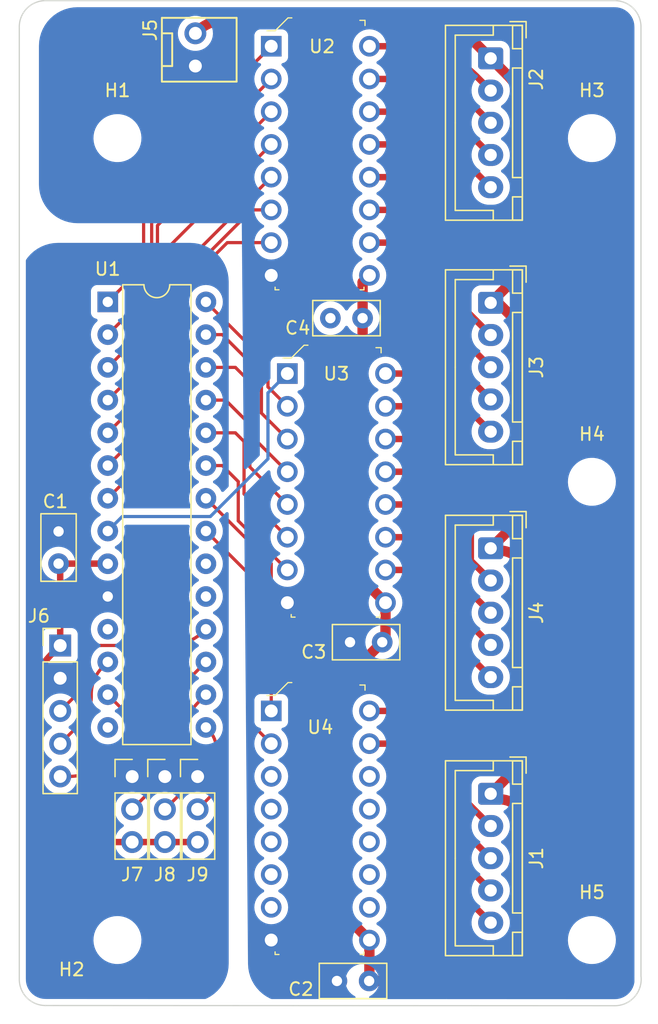
<source format=kicad_pcb>
(kicad_pcb (version 20211014) (generator pcbnew)
  (layers (0 "F.Cu" signal) (31 "B.Cu" signal) (34 "B.Paste" user) (35 "F.Paste" user) (36 "B.SilkS" user "B.Silkscreen") (37 "F.SilkS" user "F.Silkscreen") (38 "B.Mask" user) (39 "F.Mask" user) (44 "Edge.Cuts" user))
  (net 0 "")
  (net 1 "GND")
  (net 2 "+3V3")
  (net 3 "GND1")
  (net 4 "VCC")
  (net 5 "/RST")
  (net 6 "/SCK")
  (net 7 "/SDA")
  (net 8 "/A2")
  (net 9 "/A1")
  (net 10 "/A0")
  (net 15 "Net-(U1-Pad21)")
  (net 26 "Net-(U1-Pad5)")
  (net 27 "Net-(U1-Pad6)")
  (net 28 "Net-(U1-Pad7)")
  (net 29 "Net-(U1-Pad8)")
  (net 30 "Net-(U1-Pad1)")
  (net 31 "Net-(U1-Pad2)")
  (net 32 "Net-(U1-Pad3)")
  (net 33 "Net-(U1-Pad4)")
  (net 34 "Net-(J2-Pad2)")
  (net 35 "Net-(J2-Pad3)")
  (net 36 "Net-(J2-Pad4)")
  (net 37 "Net-(J2-Pad5)")
  (net 38 "Net-(J3-Pad2)")
  (net 39 "Net-(J3-Pad3)")
  (net 40 "Net-(J3-Pad4)")
  (net 41 "Net-(U3-Pad16)")
  (net 42 "Net-(U3-Pad12)")
  (net 43 "Net-(U3-Pad13)")
  (net 44 "Net-(U3-Pad14)")
  (net 45 "Net-(U3-Pad15)")
  (net 46 "Net-(U3-Pad10)")
  (net 47 "Net-(U3-Pad11)")
  (net 48 "Net-(U4-Pad15)")
  (net 49 "Net-(U4-Pad16)")
  (net 51 "Net-(U1-Pad22)")
  (net 52 "Net-(U1-Pad23)")
  (net 53 "Net-(U1-Pad24)")
  (net 54 "Net-(U1-Pad25)")
  (net 55 "Net-(U1-Pad26)")
  (net 56 "Net-(U1-Pad27)")
  (net 57 "Net-(U1-Pad28)")
  (footprint "MountingHole:MountingHole_2.7mm" (layer "F.Cu") (at 78.74 140.97)
    (fp_text reference "H2" (at -3.556 2.286) (layer "F.SilkS"))
    (fp_text value "MountingHole")
    (pad "" np_thru_hole circle (at 0 0) (size 2.7 2.7) (drill 2.7) (layers *.Cu *.Mask))
  )
  (footprint "Kitecraft_Package_DIP:DIP-28_W7.62mm_WithSocket" (layer "F.Cu") (at 77.988 91.45)
    (fp_text reference "U1" (at -0.01 -2.55) (layer "F.SilkS"))
    (fp_text value "MCP23017_SP")
    (pad "1" thru_hole rect (at 0 0) (size 1.6 1.6) (drill 0.8) (layers *.Cu *.Mask) (net 30 "Net-(U1-Pad1)"))
    (pad "2" thru_hole oval (at 0 2.54) (size 1.6 1.6) (drill 0.8) (layers *.Cu *.Mask) (net 31 "Net-(U1-Pad2)"))
    (pad "3" thru_hole oval (at 0 5.08) (size 1.6 1.6) (drill 0.8) (layers *.Cu *.Mask) (net 32 "Net-(U1-Pad3)"))
    (pad "4" thru_hole oval (at 0 7.62) (size 1.6 1.6) (drill 0.8) (layers *.Cu *.Mask) (net 33 "Net-(U1-Pad4)"))
    (pad "5" thru_hole oval (at 0 10.16) (size 1.6 1.6) (drill 0.8) (layers *.Cu *.Mask) (net 26 "Net-(U1-Pad5)"))
    (pad "6" thru_hole oval (at 0 12.7) (size 1.6 1.6) (drill 0.8) (layers *.Cu *.Mask) (net 27 "Net-(U1-Pad6)"))
    (pad "7" thru_hole oval (at 0 15.24) (size 1.6 1.6) (drill 0.8) (layers *.Cu *.Mask) (net 28 "Net-(U1-Pad7)"))
    (pad "8" thru_hole oval (at 0 17.78) (size 1.6 1.6) (drill 0.8) (layers *.Cu *.Mask) (net 29 "Net-(U1-Pad8)"))
    (pad "9" thru_hole oval (at 0 20.32) (size 1.6 1.6) (drill 0.8) (layers *.Cu *.Mask) (net 2 "+3V3"))
    (pad "10" thru_hole oval (at 0 22.86) (size 1.6 1.6) (drill 0.8) (layers *.Cu *.Mask) (net 1 "GND"))
    (pad "11" thru_hole oval (at 0 25.4) (size 1.6 1.6) (drill 0.8) (layers *.Cu *.Mask))
    (pad "12" thru_hole oval (at 0 27.94) (size 1.6 1.6) (drill 0.8) (layers *.Cu *.Mask) (net 6 "/SCK"))
    (pad "13" thru_hole oval (at 0 30.48) (size 1.6 1.6) (drill 0.8) (layers *.Cu *.Mask) (net 7 "/SDA"))
    (pad "14" thru_hole oval (at 0 33.02) (size 1.6 1.6) (drill 0.8) (layers *.Cu *.Mask))
    (pad "15" thru_hole oval (at 7.62 33.02) (size 1.6 1.6) (drill 0.8) (layers *.Cu *.Mask) (net 10 "/A0"))
    (pad "16" thru_hole oval (at 7.62 30.48) (size 1.6 1.6) (drill 0.8) (layers *.Cu *.Mask) (net 9 "/A1"))
    (pad "17" thru_hole oval (at 7.62 27.94) (size 1.6 1.6) (drill 0.8) (layers *.Cu *.Mask) (net 8 "/A2"))
    (pad "18" thru_hole oval (at 7.62 25.4) (size 1.6 1.6) (drill 0.8) (layers *.Cu *.Mask) (net 5 "/RST"))
    (pad "19" thru_hole oval (at 7.62 22.86) (size 1.6 1.6) (drill 0.8) (layers *.Cu *.Mask))
    (pad "20" thru_hole oval (at 7.62 20.32) (size 1.6 1.6) (drill 0.8) (layers *.Cu *.Mask))
    (pad "21" thru_hole oval (at 7.62 17.78) (size 1.6 1.6) (drill 0.8) (layers *.Cu *.Mask) (net 15 "Net-(U1-Pad21)"))
    (pad "22" thru_hole oval (at 7.62 15.24) (size 1.6 1.6) (drill 0.8) (layers *.Cu *.Mask) (net 51 "Net-(U1-Pad22)"))
    (pad "23" thru_hole oval (at 7.62 12.7) (size 1.6 1.6) (drill 0.8) (layers *.Cu *.Mask) (net 52 "Net-(U1-Pad23)"))
    (pad "24" thru_hole oval (at 7.62 10.16) (size 1.6 1.6) (drill 0.8) (layers *.Cu *.Mask) (net 53 "Net-(U1-Pad24)"))
    (pad "25" thru_hole oval (at 7.62 7.62) (size 1.6 1.6) (drill 0.8) (layers *.Cu *.Mask) (net 54 "Net-(U1-Pad25)"))
    (pad "26" thru_hole oval (at 7.62 5.08) (size 1.6 1.6) (drill 0.8) (layers *.Cu *.Mask) (net 55 "Net-(U1-Pad26)"))
    (pad "27" thru_hole oval (at 7.62 2.54) (size 1.6 1.6) (drill 0.8) (layers *.Cu *.Mask) (net 56 "Net-(U1-Pad27)"))
    (pad "28" thru_hole oval (at 7.62 0) (size 1.6 1.6) (drill 0.8) (layers *.Cu *.Mask) (net 57 "Net-(U1-Pad28)"))
  )
  (footprint "Connector_PinHeader_2.54mm:PinHeader_1x03_P2.54mm_Vertical" (layer "F.Cu") (at 84.963 128.285)
    (fp_text reference "J9" (at 0 7.605) (layer "F.SilkS"))
    (fp_text value "Conn_01x03")
    (pad "1" thru_hole rect (at 0 0) (size 1.7 1.7) (drill 1) (layers *.Cu *.Mask) (net 1 "GND"))
    (pad "2" thru_hole oval (at 0 2.54) (size 1.7 1.7) (drill 1) (layers *.Cu *.Mask) (net 10 "/A0"))
    (pad "3" thru_hole oval (at 0 5.08) (size 1.7 1.7) (drill 1) (layers *.Cu *.Mask) (net 2 "+3V3"))
  )
  (footprint "Connector_JST:JST_XH_B5B-XH-A_1x05_P2.50mm_Vertical" (layer "F.Cu") (at 107.713 72.55 -90)
    (fp_text reference "J2" (at 1.618 -3.539 90) (layer "F.SilkS"))
    (fp_text value "Conn_01x05")
    (pad "1" thru_hole roundrect (at 0 0 270) (size 1.7 1.95) (drill 0.95) (layers *.Cu *.Mask) (roundrect_rratio 0.147059) (net 4 "VCC"))
    (pad "2" thru_hole oval (at 2.5 0 270) (size 1.7 1.95) (drill 0.95) (layers *.Cu *.Mask) (net 34 "Net-(J2-Pad2)"))
    (pad "3" thru_hole oval (at 5 0 270) (size 1.7 1.95) (drill 0.95) (layers *.Cu *.Mask) (net 35 "Net-(J2-Pad3)"))
    (pad "4" thru_hole oval (at 7.5 0 270) (size 1.7 1.95) (drill 0.95) (layers *.Cu *.Mask) (net 36 "Net-(J2-Pad4)"))
    (pad "5" thru_hole oval (at 10 0 270) (size 1.7 1.95) (drill 0.95) (layers *.Cu *.Mask) (net 37 "Net-(J2-Pad5)"))
  )
  (footprint "Connector_JST:JST_XH_B5B-XH-A_1x05_P2.50mm_Vertical" (layer "F.Cu") (at 107.713 110.57 -90)
    (fp_text reference "J4" (at 5 -3.55 90) (layer "F.SilkS"))
    (fp_text value "Conn_01x05")
    (pad "1" thru_hole roundrect (at 0 0 270) (size 1.7 1.95) (drill 0.95) (layers *.Cu *.Mask) (roundrect_rratio 0.147059) (net 4 "VCC"))
    (pad "2" thru_hole oval (at 2.5 0 270) (size 1.7 1.95) (drill 0.95) (layers *.Cu *.Mask) (net 45 "Net-(U3-Pad15)"))
    (pad "3" thru_hole oval (at 5 0 270) (size 1.7 1.95) (drill 0.95) (layers *.Cu *.Mask) (net 44 "Net-(U3-Pad14)"))
    (pad "4" thru_hole oval (at 7.5 0 270) (size 1.7 1.95) (drill 0.95) (layers *.Cu *.Mask) (net 43 "Net-(U3-Pad13)"))
    (pad "5" thru_hole oval (at 10 0 270) (size 1.7 1.95) (drill 0.95) (layers *.Cu *.Mask) (net 42 "Net-(U3-Pad12)"))
  )
  (footprint "MountingHole:MountingHole_2.7mm" (layer "F.Cu") (at 115.57 140.97)
    (fp_text reference "H5" (at 0 -3.7) (layer "F.SilkS"))
    (fp_text value "MountingHole")
    (pad "" np_thru_hole circle (at 0 0) (size 2.7 2.7) (drill 2.7) (layers *.Cu *.Mask))
  )
  (footprint "Capacitor_THT:C_Disc_D5.0mm_W2.5mm_P2.50mm" (layer "F.Cu") (at 95.778 144.145)
    (fp_text reference "C2" (at -2.794 0.635) (layer "F.SilkS"))
    (fp_text value "10µF")
    (pad "1" thru_hole circle (at 0 0) (size 1.6 1.6) (drill 0.8) (layers *.Cu *.Mask) (net 3 "GND1"))
    (pad "2" thru_hole circle (at 2.5 0) (size 1.6 1.6) (drill 0.8) (layers *.Cu *.Mask) (net 4 "VCC"))
  )
  (footprint "Connector_JST:JST_XH_B5B-XH-A_1x05_P2.50mm_Vertical" (layer "F.Cu") (at 107.713 91.52 -90)
    (fp_text reference "J3" (at 5 -3.55 90) (layer "F.SilkS"))
    (fp_text value "Conn_01x05")
    (pad "1" thru_hole roundrect (at 0 0 270) (size 1.7 1.95) (drill 0.95) (layers *.Cu *.Mask) (roundrect_rratio 0.147059) (net 4 "VCC"))
    (pad "2" thru_hole oval (at 2.5 0 270) (size 1.7 1.95) (drill 0.95) (layers *.Cu *.Mask) (net 38 "Net-(J3-Pad2)"))
    (pad "3" thru_hole oval (at 5 0 270) (size 1.7 1.95) (drill 0.95) (layers *.Cu *.Mask) (net 39 "Net-(J3-Pad3)"))
    (pad "4" thru_hole oval (at 7.5 0 270) (size 1.7 1.95) (drill 0.95) (layers *.Cu *.Mask) (net 40 "Net-(J3-Pad4)"))
    (pad "5" thru_hole oval (at 10 0 270) (size 1.7 1.95) (drill 0.95) (layers *.Cu *.Mask) (net 41 "Net-(U3-Pad16)"))
  )
  (footprint "MountingHole:MountingHole_2.7mm" (layer "F.Cu") (at 78.74 78.74)
    (fp_text reference "H1" (at 0 -3.7) (layer "F.SilkS"))
    (fp_text value "MountingHole")
    (pad "" np_thru_hole circle (at 0 0) (size 2.7 2.7) (drill 2.7) (layers *.Cu *.Mask))
  )
  (footprint "Kitecraft_Package_DIP:ULN2003 on Socket" (layer "F.Cu") (at 90.678 123.19)
    (fp_text reference "U4" (at 3.81 1.27) (layer "F.SilkS"))
    (fp_text value "ULN2003A")
    (pad "1" thru_hole rect (at 0 0) (size 1.6 1.6) (drill 1) (layers *.Cu *.Mask) (net 51 "Net-(U1-Pad22)"))
    (pad "2" thru_hole circle (at 0 2.54) (size 1.6 1.6) (drill 1) (layers *.Cu *.Mask) (net 15 "Net-(U1-Pad21)"))
    (pad "3" thru_hole circle (at 0 5.08) (size 1.6 1.6) (drill 1) (layers *.Cu *.Mask))
    (pad "4" thru_hole circle (at 0 7.62) (size 1.6 1.6) (drill 1) (layers *.Cu *.Mask))
    (pad "5" thru_hole circle (at 0 10.16) (size 1.6 1.6) (drill 1) (layers *.Cu *.Mask))
    (pad "6" thru_hole circle (at 0 12.7) (size 1.6 1.6) (drill 1) (layers *.Cu *.Mask))
    (pad "7" thru_hole circle (at 0 15.24) (size 1.6 1.6) (drill 1) (layers *.Cu *.Mask))
    (pad "8" thru_hole circle (at 0 17.78) (size 1.6 1.6) (drill 1) (layers *.Cu *.Mask) (net 3 "GND1"))
    (pad "9" thru_hole circle (at 7.62 17.78) (size 1.6 1.6) (drill 1) (layers *.Cu *.Mask) (net 4 "VCC"))
    (pad "10" thru_hole circle (at 7.62 15.24) (size 1.6 1.6) (drill 1) (layers *.Cu *.Mask))
    (pad "11" thru_hole circle (at 7.62 12.7) (size 1.6 1.6) (drill 1) (layers *.Cu *.Mask))
    (pad "12" thru_hole circle (at 7.62 10.16) (size 1.6 1.6) (drill 1) (layers *.Cu *.Mask))
    (pad "13" thru_hole circle (at 7.62 7.62) (size 1.6 1.6) (drill 1) (layers *.Cu *.Mask))
    (pad "14" thru_hole circle (at 7.62 5.08) (size 1.6 1.6) (drill 1) (layers *.Cu *.Mask))
    (pad "15" thru_hole circle (at 7.62 2.54) (size 1.6 1.6) (drill 1) (layers *.Cu *.Mask) (net 48 "Net-(U4-Pad15)"))
    (pad "16" thru_hole circle (at 7.62 0) (size 1.6 1.6) (drill 1) (layers *.Cu *.Mask) (net 49 "Net-(U4-Pad16)"))
  )
  (footprint "Kitecraft_Pin_Headers:PinHeader_1x02_P2.54_Friction_Lock" (layer "F.Cu") (at 84.79 70.607 180)
    (fp_text reference "J5" (at 3.51 0.249 90) (layer "F.SilkS"))
    (fp_text value "Conn_01x02")
    (pad "1" thru_hole rect (at 0 -2.54 180) (size 1.7 1.7) (drill 1) (layers *.Cu *.Mask) (net 3 "GND1"))
    (pad "2" thru_hole circle (at 0 0 180) (size 1.7 1.7) (drill 1) (layers *.Cu *.Mask) (net 4 "VCC"))
  )
  (footprint "Connector_PinHeader_2.54mm:PinHeader_1x05_P2.54mm_Vertical" (layer "F.Cu") (at 74.295 118.115)
    (fp_text reference "J6" (at -1.651 -2.291) (layer "F.SilkS"))
    (fp_text value "Conn_01x05")
    (pad "1" thru_hole rect (at 0 0) (size 1.7 1.7) (drill 1) (layers *.Cu *.Mask) (net 2 "+3V3"))
    (pad "2" thru_hole oval (at 0 2.54) (size 1.7 1.7) (drill 1) (layers *.Cu *.Mask) (net 1 "GND"))
    (pad "3" thru_hole oval (at 0 5.08) (size 1.7 1.7) (drill 1) (layers *.Cu *.Mask) (net 5 "/RST"))
    (pad "4" thru_hole oval (at 0 7.62) (size 1.7 1.7) (drill 1) (layers *.Cu *.Mask) (net 6 "/SCK"))
    (pad "5" thru_hole oval (at 0 10.16) (size 1.7 1.7) (drill 1) (layers *.Cu *.Mask) (net 7 "/SDA"))
  )
  (footprint "MountingHole:MountingHole_2.7mm" (layer "F.Cu") (at 115.57 78.74)
    (fp_text reference "H3" (at 0 -3.7) (layer "F.SilkS"))
    (fp_text value "MountingHole")
    (pad "" np_thru_hole circle (at 0 0) (size 2.7 2.7) (drill 2.7) (layers *.Cu *.Mask))
  )
  (footprint "Capacitor_THT:C_Disc_D5.0mm_W2.5mm_P2.50mm" (layer "F.Cu") (at 74.168 109.26 -90)
    (fp_text reference "C1" (at -2.326 0.254 180) (layer "F.SilkS"))
    (fp_text value "0.1µF")
    (pad "1" thru_hole circle (at 0 0 270) (size 1.6 1.6) (drill 0.8) (layers *.Cu *.Mask) (net 1 "GND"))
    (pad "2" thru_hole circle (at 2.5 0 270) (size 1.6 1.6) (drill 0.8) (layers *.Cu *.Mask) (net 2 "+3V3"))
  )
  (footprint "Connector_PinHeader_2.54mm:PinHeader_1x03_P2.54mm_Vertical" (layer "F.Cu") (at 82.423 128.285)
    (fp_text reference "J8" (at 0 7.605) (layer "F.SilkS"))
    (fp_text value "Conn_01x03")
    (pad "1" thru_hole rect (at 0 0) (size 1.7 1.7) (drill 1) (layers *.Cu *.Mask) (net 1 "GND"))
    (pad "2" thru_hole oval (at 0 2.54) (size 1.7 1.7) (drill 1) (layers *.Cu *.Mask) (net 9 "/A1"))
    (pad "3" thru_hole oval (at 0 5.08) (size 1.7 1.7) (drill 1) (layers *.Cu *.Mask) (net 2 "+3V3"))
  )
  (footprint "Capacitor_THT:C_Disc_D5.0mm_W2.5mm_P2.50mm" (layer "F.Cu") (at 95.27 92.71)
    (fp_text reference "C4" (at -2.54 0.762) (layer "F.SilkS"))
    (fp_text value "10µF")
    (pad "1" thru_hole circle (at 0 0) (size 1.6 1.6) (drill 0.8) (layers *.Cu *.Mask))
    (pad "2" thru_hole circle (at 2.5 0) (size 1.6 1.6) (drill 0.8) (layers *.Cu *.Mask) (net 4 "VCC"))
  )
  (footprint "Kitecraft_Package_DIP:ULN2003 on Socket" (layer "F.Cu") (at 90.678 71.61)
    (fp_text reference "U2" (at 3.94 0.018) (layer "F.SilkS"))
    (fp_text value "ULN2003A")
    (pad "1" thru_hole rect (at 0 0) (size 1.6 1.6) (drill 1) (layers *.Cu *.Mask) (net 30 "Net-(U1-Pad1)"))
    (pad "2" thru_hole circle (at 0 2.54) (size 1.6 1.6) (drill 1) (layers *.Cu *.Mask) (net 31 "Net-(U1-Pad2)"))
    (pad "3" thru_hole circle (at 0 5.08) (size 1.6 1.6) (drill 1) (layers *.Cu *.Mask) (net 32 "Net-(U1-Pad3)"))
    (pad "4" thru_hole circle (at 0 7.62) (size 1.6 1.6) (drill 1) (layers *.Cu *.Mask) (net 33 "Net-(U1-Pad4)"))
    (pad "5" thru_hole circle (at 0 10.16) (size 1.6 1.6) (drill 1) (layers *.Cu *.Mask) (net 26 "Net-(U1-Pad5)"))
    (pad "6" thru_hole circle (at 0 12.7) (size 1.6 1.6) (drill 1) (layers *.Cu *.Mask) (net 27 "Net-(U1-Pad6)"))
    (pad "7" thru_hole circle (at 0 15.24) (size 1.6 1.6) (drill 1) (layers *.Cu *.Mask) (net 28 "Net-(U1-Pad7)"))
    (pad "8" thru_hole circle (at 0 17.78) (size 1.6 1.6) (drill 1) (layers *.Cu *.Mask) (net 3 "GND1"))
    (pad "9" thru_hole circle (at 7.62 17.78) (size 1.6 1.6) (drill 1) (layers *.Cu *.Mask) (net 4 "VCC"))
    (pad "10" thru_hole circle (at 7.62 15.24) (size 1.6 1.6) (drill 1) (layers *.Cu *.Mask) (net 40 "Net-(J3-Pad4)"))
    (pad "11" thru_hole circle (at 7.62 12.7) (size 1.6 1.6) (drill 1) (layers *.Cu *.Mask) (net 39 "Net-(J3-Pad3)"))
    (pad "12" thru_hole circle (at 7.62 10.16) (size 1.6 1.6) (drill 1) (layers *.Cu *.Mask) (net 38 "Net-(J3-Pad2)"))
    (pad "13" thru_hole circle (at 7.62 7.62) (size 1.6 1.6) (drill 1) (layers *.Cu *.Mask) (net 37 "Net-(J2-Pad5)"))
    (pad "14" thru_hole circle (at 7.62 5.08) (size 1.6 1.6) (drill 1) (layers *.Cu *.Mask) (net 36 "Net-(J2-Pad4)"))
    (pad "15" thru_hole circle (at 7.62 2.54) (size 1.6 1.6) (drill 1) (layers *.Cu *.Mask) (net 35 "Net-(J2-Pad3)"))
    (pad "16" thru_hole circle (at 7.62 0) (size 1.6 1.6) (drill 1) (layers *.Cu *.Mask) (net 34 "Net-(J2-Pad2)"))
  )
  (footprint "Connector_PinHeader_2.54mm:PinHeader_1x03_P2.54mm_Vertical" (layer "F.Cu") (at 79.883 128.285)
    (fp_text reference "J7" (at 0 7.605) (layer "F.SilkS"))
    (fp_text value "Conn_01x03")
    (pad "1" thru_hole rect (at 0 0) (size 1.7 1.7) (drill 1) (layers *.Cu *.Mask) (net 1 "GND"))
    (pad "2" thru_hole oval (at 0 2.54) (size 1.7 1.7) (drill 1) (layers *.Cu *.Mask) (net 8 "/A2"))
    (pad "3" thru_hole oval (at 0 5.08) (size 1.7 1.7) (drill 1) (layers *.Cu *.Mask) (net 2 "+3V3"))
  )
  (footprint "Connector_JST:JST_XH_B5B-XH-A_1x05_P2.50mm_Vertical" (layer "F.Cu") (at 107.713 129.62 -90)
    (fp_text reference "J1" (at 5 -3.55 90) (layer "F.SilkS"))
    (fp_text value "Conn_01x05")
    (pad "1" thru_hole roundrect (at 0 0 270) (size 1.7 1.95) (drill 0.95) (layers *.Cu *.Mask) (roundrect_rratio 0.147059) (net 4 "VCC"))
    (pad "2" thru_hole oval (at 2.5 0 270) (size 1.7 1.95) (drill 0.95) (layers *.Cu *.Mask) (net 47 "Net-(U3-Pad11)"))
    (pad "3" thru_hole oval (at 5 0 270) (size 1.7 1.95) (drill 0.95) (layers *.Cu *.Mask) (net 46 "Net-(U3-Pad10)"))
    (pad "4" thru_hole oval (at 7.5 0 270) (size 1.7 1.95) (drill 0.95) (layers *.Cu *.Mask) (net 49 "Net-(U4-Pad16)"))
    (pad "5" thru_hole oval (at 10 0 270) (size 1.7 1.95) (drill 0.95) (layers *.Cu *.Mask) (net 48 "Net-(U4-Pad15)"))
  )
  (footprint "Kitecraft_Package_DIP:ULN2003 on Socket" (layer "F.Cu") (at 91.928 97.01)
    (fp_text reference "U3" (at 3.81 0.018) (layer "F.SilkS"))
    (fp_text value "ULN2003A")
    (pad "1" thru_hole rect (at 0 0) (size 1.6 1.6) (drill 1) (layers *.Cu *.Mask) (net 29 "Net-(U1-Pad8)"))
    (pad "2" thru_hole circle (at 0 2.54) (size 1.6 1.6) (drill 1) (layers *.Cu *.Mask) (net 57 "Net-(U1-Pad28)"))
    (pad "3" thru_hole circle (at 0 5.08) (size 1.6 1.6) (drill 1) (layers *.Cu *.Mask) (net 56 "Net-(U1-Pad27)"))
    (pad "4" thru_hole circle (at 0 7.62) (size 1.6 1.6) (drill 1) (layers *.Cu *.Mask) (net 55 "Net-(U1-Pad26)"))
    (pad "5" thru_hole circle (at 0 10.16) (size 1.6 1.6) (drill 1) (layers *.Cu *.Mask) (net 54 "Net-(U1-Pad25)"))
    (pad "6" thru_hole circle (at 0 12.7) (size 1.6 1.6) (drill 1) (layers *.Cu *.Mask) (net 53 "Net-(U1-Pad24)"))
    (pad "7" thru_hole circle (at 0 15.24) (size 1.6 1.6) (drill 1) (layers *.Cu *.Mask) (net 52 "Net-(U1-Pad23)"))
    (pad "8" thru_hole circle (at 0 17.78) (size 1.6 1.6) (drill 1) (layers *.Cu *.Mask) (net 3 "GND1"))
    (pad "9" thru_hole circle (at 7.62 17.78) (size 1.6 1.6) (drill 1) (layers *.Cu *.Mask) (net 4 "VCC"))
    (pad "10" thru_hole circle (at 7.62 15.24) (size 1.6 1.6) (drill 1) (layers *.Cu *.Mask) (net 46 "Net-(U3-Pad10)"))
    (pad "11" thru_hole circle (at 7.62 12.7) (size 1.6 1.6) (drill 1) (layers *.Cu *.Mask) (net 47 "Net-(U3-Pad11)"))
    (pad "12" thru_hole circle (at 7.62 10.16) (size 1.6 1.6) (drill 1) (layers *.Cu *.Mask) (net 42 "Net-(U3-Pad12)"))
    (pad "13" thru_hole circle (at 7.62 7.62) (size 1.6 1.6) (drill 1) (layers *.Cu *.Mask) (net 43 "Net-(U3-Pad13)"))
    (pad "14" thru_hole circle (at 7.62 5.08) (size 1.6 1.6) (drill 1) (layers *.Cu *.Mask) (net 44 "Net-(U3-Pad14)"))
    (pad "15" thru_hole circle (at 7.62 2.54) (size 1.6 1.6) (drill 1) (layers *.Cu *.Mask) (net 45 "Net-(U3-Pad15)"))
    (pad "16" thru_hole circle (at 7.62 0) (size 1.6 1.6) (drill 1) (layers *.Cu *.Mask) (net 41 "Net-(U3-Pad16)"))
  )
  (footprint "MountingHole:MountingHole_2.7mm" (layer "F.Cu") (at 115.57 105.41)
    (fp_text reference "H4" (at 0 -3.7) (layer "F.SilkS"))
    (fp_text value "MountingHole")
    (pad "" np_thru_hole circle (at 0 0) (size 2.7 2.7) (drill 2.7) (layers *.Cu *.Mask))
  )
  (footprint "Capacitor_THT:C_Disc_D5.0mm_W2.5mm_P2.50mm" (layer "F.Cu") (at 96.794 117.856)
    (fp_text reference "C3" (at -2.814 0.762) (layer "F.SilkS"))
    (fp_text value "10µF")
    (pad "1" thru_hole circle (at 0 0) (size 1.6 1.6) (drill 0.8) (layers *.Cu *.Mask) (net 3 "GND1"))
    (pad "2" thru_hole circle (at 2.5 0) (size 1.6 1.6) (drill 0.8) (layers *.Cu *.Mask) (net 4 "VCC"))
  )
  (gr_arc (start 71.12 70.104) (mid 71.715159 68.667159) (end 73.152 68.072) (layer "Edge.Cuts") (width 0.1))
  (gr_arc (start 117.348 68.072) (mid 118.784841 68.667159) (end 119.38 70.104) (layer "Edge.Cuts") (width 0.1))
  (gr_line (start 117.348 146.065813) (end 73.152 146.05) (layer "Edge.Cuts") (width 0.1))
  (gr_line (start 119.38 70.104) (end 119.38 143.764) (layer "Edge.Cuts") (width 0.1))
  (gr_line (start 71.12 144.018) (end 71.12 70.104) (layer "Edge.Cuts") (width 0.1))
  (gr_arc (start 73.152 146.05) (mid 71.715159 145.454841) (end 71.12 144.018) (layer "Edge.Cuts") (width 0.1))
  (gr_line (start 73.152 68.072) (end 117.348 68.072) (layer "Edge.Cuts") (width 0.1))
  (gr_arc (start 119.38 143.764) (mid 118.883201 145.373248) (end 117.348 146.065813) (layer "Edge.Cuts") (width 0.1))
  (segment (start 74.295 118.115) (end 74.295 111.887) (width 0.5) (layer "F.Cu") (net 2))
  (segment (start 82.423 133.365) (end 79.883 133.365) (width 0.5) (layer "F.Cu") (net 2))
  (segment (start 74.295 111.887) (end 74.168 111.76) (width 0.5) (layer "F.Cu") (net 2))
  (segment (start 84.963 133.365) (end 82.423 133.365) (width 0.5) (layer "F.Cu") (net 2))
  (segment (start 79.883 133.365) (end 77.524068 133.365) (width 0.5) (layer "F.Cu") (net 2))
  (segment (start 73.988534 131.900534) (end 73.600466 131.512466) (width 0.5) (layer "F.Cu") (net 2))
  (segment (start 72.136 127.976932) (end 72.136 122.345068) (width 0.5) (layer "F.Cu") (net 2))
  (segment (start 73.600466 118.809534) (end 74.295 118.115) (width 0.5) (layer "F.Cu") (net 2))
  (segment (start 74.168 111.76) (end 77.978 111.76) (width 0.5) (layer "F.Cu") (net 2))
  (arc (start 72.136 122.345068) (mid 72.516602 120.431651) (end 73.600466 118.809534) (width 0.5) (layer "F.Cu") (net 2))
  (arc (start 77.524068 133.365) (mid 75.610651 132.984398) (end 73.988534 131.900534) (width 0.5) (layer "F.Cu") (net 2))
  (arc (start 72.136 127.976932) (mid 72.516602 129.890349) (end 73.600466 131.512466) (width 0.5) (layer "F.Cu") (net 2))
  (segment (start 107.713 129.62) (end 108.141 130.048) (width 0.8) (layer "F.Cu") (net 4))
  (segment (start 106.51636 71.35336) (end 107.713 72.55) (width 0.8) (layer "F.Cu") (net 4))
  (segment (start 97.77 92.71) (end 97.77 89.918) (width 0.8) (layer "F.Cu") (net 4))
  (segment (start 108.284 91.52) (end 108.986641 92.222641) (width 0.8) (layer "F.Cu") (net 4))
  (segment (start 99.548 114.79) (end 99.548 117.602) (width 0.8) (layer "F.Cu") (net 4))
  (segment (start 108.98664 73.82364) (end 107.713 72.55) (width 0.8) (layer "F.Cu") (net 4))
  (segment (start 97.77 92.71) (end 97.77 113.012) (width 0.8) (layer "F.Cu") (net 4))
  (segment (start 108.141 130.048) (end 108.391573 130.048) (width 0.8) (layer "F.Cu") (net 4))
  (segment (start 87.043641 69.596) (end 102.273719 69.596) (width 0.8) (layer "F.Cu") (net 4))
  (segment (start 109.805787 111.329787) (end 110.158214 111.682214) (width 0.8) (layer "F.Cu") (net 4))
  (segment (start 98.298 140.97) (end 98.298 144.125) (width 0.8) (layer "F.Cu") (net 4))
  (segment (start 110.744 96.465281) (end 110.744 105.053719) (width 0.8) (layer "F.Cu") (net 4))
  (segment (start 97.77 89.918) (end 98.298 89.39) (width 0.8) (layer "F.Cu") (net 4))
  (segment (start 98.278 144.145) (end 105.243932 144.145) (width 0.8) (layer "F.Cu") (net 4))
  (segment (start 107.887 110.744) (end 108.391573 110.744) (width 0.8) (layer "F.Cu") (net 4))
  (segment (start 109.805787 130.633787) (end 110.158214 130.986214) (width 0.8) (layer "F.Cu") (net 4))
  (segment (start 97.77 113.012) (end 99.548 114.79) (width 0.8) (layer "F.Cu") (net 4))
  (segment (start 108.98664 128.34636) (end 107.713 129.62) (width 0.8) (layer "F.Cu") (net 4))
  (segment (start 99.294 117.856) (end 97.984466 119.165534) (width 0.8) (layer "F.Cu") (net 4))
  (segment (start 107.713 91.52) (end 108.284 91.52) (width 0.8) (layer "F.Cu") (net 4))
  (segment (start 107.713 110.57) (end 107.887 110.744) (width 0.8) (layer "F.Cu") (net 4))
  (segment (start 110.744 86.003719) (end 110.744 78.066281) (width 0.8) (layer "F.Cu") (net 4))
  (segment (start 99.548 117.602) (end 99.294 117.856) (width 0.8) (layer "F.Cu") (net 4))
  (segment (start 84.79 70.607) (end 84.922321 70.474679) (width 0.8) (layer "F.Cu") (net 4))
  (segment (start 110.744 113.096427) (end 110.744 124.103719) (width 0.8) (layer "F.Cu") (net 4))
  (segment (start 108.98664 109.29636) (end 107.713 110.57) (width 0.8) (layer "F.Cu") (net 4))
  (segment (start 109.572427 141.887573) (end 108.779466 142.680534) (width 0.8) (layer "F.Cu") (net 4))
  (segment (start 96.52 122.701068) (end 96.52 139.192) (width 0.8) (layer "F.Cu") (net 4))
  (segment (start 98.298 144.125) (end 98.278 144.145) (width 0.8) (layer "F.Cu") (net 4))
  (segment (start 107.713 91.52) (end 108.986641 90.246359) (width 0.8) (layer "F.Cu") (net 4))
  (segment (start 96.52 139.192) (end 98.298 140.97) (width 0.8) (layer "F.Cu") (net 4))
  (segment (start 110.744 132.400427) (end 110.744 139.059146) (width 0.8) (layer "F.Cu") (net 4))
  (arc (start 110.744 124.103719) (mid 110.287277 126.39982) (end 108.98664 128.34636) (width 0.8) (layer "F.Cu") (net 4))
  (arc (start 110.744 78.066281) (mid 110.287277 75.77018) (end 108.98664 73.82364) (width 0.8) (layer "F.Cu") (net 4))
  (arc (start 87.043641 69.596) (mid 85.895591 69.824361) (end 84.922321 70.474679) (width 0.8) (layer "F.Cu") (net 4))
  (arc (start 108.391573 110.744) (mid 109.15694 110.896241) (end 109.805787 111.329787) (width 0.8) (layer "F.Cu") (net 4))
  (arc (start 110.744 139.059146) (mid 110.439518 140.58988) (end 109.572427 141.887573) (width 0.8) (layer "F.Cu") (net 4))
  (arc (start 97.984466 119.165534) (mid 96.900602 120.787651) (end 96.52 122.701068) (width 0.8) (layer "F.Cu") (net 4))
  (arc (start 108.391573 130.048) (mid 109.15694 130.200241) (end 109.805787 130.633787) (width 0.8) (layer "F.Cu") (net 4))
  (arc (start 110.158214 130.986214) (mid 110.591759 131.63506) (end 110.744 132.400427) (width 0.8) (layer "F.Cu") (net 4))
  (arc (start 108.779466 142.680534) (mid 107.157349 143.764398) (end 105.243932 144.145) (width 0.8) (layer "F.Cu") (net 4))
  (arc (start 110.744 105.053719) (mid 110.287277 107.34982) (end 108.98664 109.29636) (width 0.8) (layer "F.Cu") (net 4))
  (arc (start 106.51636 71.35336) (mid 104.56982 70.052723) (end 102.273719 69.596) (width 0.8) (layer "F.Cu") (net 4))
  (arc (start 110.744 96.465281) (mid 110.287277 94.169181) (end 108.986641 92.222641) (width 0.8) (layer "F.Cu") (net 4))
  (arc (start 108.986641 90.246359) (mid 110.287277 88.299819) (end 110.744 86.003719) (width 0.8) (layer "F.Cu") (net 4))
  (arc (start 110.744 113.096427) (mid 110.591759 112.33106) (end 110.158214 111.682214) (width 0.8) (layer "F.Cu") (net 4))
  (segment (start 76.2 119.369056) (end 76.2 120.461573) (width 0.25) (layer "F.Cu") (net 5))
  (segment (start 76.610528 118.461472) (end 76.551472 118.520528) (width 0.25) (layer "F.Cu") (net 5))
  (segment (start 75.614214 121.875786) (end 74.295 123.195) (width 0.25) (layer "F.Cu") (net 5))
  (segment (start 85.608 116.85) (end 85.519573 116.938427) (width 0.25) (layer "F.Cu") (net 5))
  (segment (start 82.691146 118.11) (end 77.459056 118.11) (width 0.25) (layer "F.Cu") (net 5))
  (arc (start 76.2 120.461573) (mid 76.047759 121.22694) (end 75.614214 121.875786) (width 0.25) (layer "F.Cu") (net 5))
  (arc (start 85.519573 116.938427) (mid 84.22188 117.805518) (end 82.691146 118.11) (width 0.25) (layer "F.Cu") (net 5))
  (arc (start 76.2 119.369056) (mid 76.291345 118.909836) (end 76.551472 118.520528) (width 0.25) (layer "F.Cu") (net 5))
  (arc (start 77.459056 118.11) (mid 76.999836 118.201345) (end 76.610528 118.461472) (width 0.25) (layer "F.Cu") (net 5))
  (segment (start 77.58668 119.79132) (end 77.988 119.39) (width 0.25) (layer "F.Cu") (net 6))
  (segment (start 74.295 125.735) (end 75.829321 124.200679) (width 0.25) (layer "F.Cu") (net 6))
  (segment (start 76.708 122.079359) (end 76.708 121.912641) (width 0.25) (layer "F.Cu") (net 6))
  (arc (start 75.829321 124.200679) (mid 76.479639 123.227409) (end 76.708 122.079359) (width 0.25) (layer "F.Cu") (net 6))
  (arc (start 77.58668 119.79132) (mid 76.936361 120.76459) (end 76.708 121.912641) (width 0.25) (layer "F.Cu") (net 6))
  (segment (start 74.295 128.275) (end 74.885932 128.275) (width 0.25) (layer "F.Cu") (net 7))
  (segment (start 79.170213 123.112213) (end 77.988 121.93) (width 0.25) (layer "F.Cu") (net 7))
  (segment (start 79.756 124.647573) (end 79.756 124.526427) (width 0.25) (layer "F.Cu") (net 7))
  (segment (start 78.421466 126.810534) (end 79.170214 126.061786) (width 0.25) (layer "F.Cu") (net 7))
  (arc (start 79.170214 126.061786) (mid 79.603759 125.41294) (end 79.756 124.647573) (width 0.25) (layer "F.Cu") (net 7))
  (arc (start 79.756 124.526427) (mid 79.603759 123.76106) (end 79.170213 123.112213) (width 0.25) (layer "F.Cu") (net 7))
  (arc (start 78.421466 126.810534) (mid 76.799349 127.894398) (end 74.885932 128.275) (width 0.25) (layer "F.Cu") (net 7))
  (segment (start 80.764618 129.943382) (end 79.883 130.825) (width 0.25) (layer "F.Cu") (net 8))
  (segment (start 81.057511 126.011557) (end 81.057511 129.236275) (width 0.25) (layer "F.Cu") (net 8))
  (segment (start 85.608 119.39) (end 82.521977 122.476023) (width 0.25) (layer "F.Cu") (net 8))
  (arc (start 81.057511 129.236275) (mid 80.981391 129.618958) (end 80.764618 129.943382) (width 0.25) (layer "F.Cu") (net 8))
  (arc (start 82.521977 122.476023) (mid 81.438113 124.09814) (end 81.057511 126.011557) (width 0.25) (layer "F.Cu") (net 8))
  (segment (start 85.608 121.93) (end 85.061977 122.476023) (width 0.25) (layer "F.Cu") (net 9))
  (segment (start 83.304618 129.943382) (end 82.423 130.825) (width 0.25) (layer "F.Cu") (net 9))
  (segment (start 83.597511 126.011557) (end 83.597511 129.236275) (width 0.25) (layer "F.Cu") (net 9))
  (arc (start 85.061977 122.476023) (mid 83.978113 124.09814) (end 83.597511 126.011557) (width 0.25) (layer "F.Cu") (net 9))
  (arc (start 83.304618 129.943382) (mid 83.521391 129.618959) (end 83.597511 129.236275) (width 0.25) (layer "F.Cu") (net 9))
  (segment (start 86.407999 128.551574) (end 86.407999 126.098426) (width 0.25) (layer "F.Cu") (net 10))
  (segment (start 85.822212 124.684212) (end 85.608 124.47) (width 0.25) (layer "F.Cu") (net 10))
  (segment (start 84.963 130.825) (end 85.822213 129.965787) (width 0.25) (layer "F.Cu") (net 10))
  (arc (start 85.822212 124.684212) (mid 86.255758 125.333059) (end 86.407999 126.098426) (width 0.25) (layer "F.Cu") (net 10))
  (arc (start 85.822213 129.965787) (mid 86.255758 129.316941) (end 86.407999 128.551574) (width 0.25) (layer "F.Cu") (net 10))
  (segment (start 90.678 125.73) (end 88.9 123.952) (width 0.25) (layer "F.Cu") (net 15))
  (segment (start 88.9 112.522) (end 85.608 109.23) (width 0.25) (layer "F.Cu") (net 15))
  (segment (start 88.9 123.952) (end 88.9 112.522) (width 0.25) (layer "F.Cu") (net 15))
  (segment (start 77.988 101.61) (end 82.97944 96.61856) (width 0.25) (layer "F.Cu") (net 26))
  (segment (start 82.97944 96.61856) (end 82.97944 89.46856) (width 0.25) (layer "F.Cu") (net 26))
  (segment (start 82.97944 89.46856) (end 90.678 81.77) (width 0.25) (layer "F.Cu") (net 26))
  (segment (start 83.42896 90.051606) (end 89.170566 84.31) (width 0.25) (layer "F.Cu") (net 27))
  (segment (start 77.988 104.15) (end 83.42896 98.70904) (width 0.25) (layer "F.Cu") (net 27))
  (segment (start 89.170566 84.31) (end 90.678 84.31) (width 0.25) (layer "F.Cu") (net 27))
  (segment (start 83.42896 98.70904) (end 83.42896 90.051606) (width 0.25) (layer "F.Cu") (net 27))
  (segment (start 87.266283 86.85) (end 90.678 86.85) (width 0.25) (layer "F.Cu") (net 28))
  (segment (start 77.988 106.69) (end 83.87848 100.79952) (width 0.25) (layer "F.Cu") (net 28))
  (segment (start 83.87848 100.79952) (end 83.87848 90.237803) (width 0.25) (layer "F.Cu") (net 28))
  (segment (start 83.87848 90.237803) (end 87.266283 86.85) (width 0.25) (layer "F.Cu") (net 28))
  (segment (start 90.424 103.632) (end 90.424 98.514) (width 0.25) (layer "B.Cu") (net 29))
  (segment (start 77.988 109.23) (end 79.112511 108.105489) (width 0.25) (layer "B.Cu") (net 29))
  (segment (start 90.424 98.514) (end 91.928 97.01) (width 0.25) (layer "B.Cu") (net 29))
  (segment (start 79.112511 108.105489) (end 85.950511 108.105489) (width 0.25) (layer "B.Cu") (net 29))
  (segment (start 85.950511 108.105489) (end 90.424 103.632) (width 0.25) (layer "B.Cu") (net 29))
  (segment (start 80.772 81.516) (end 90.678 71.61) (width 0.25) (layer "F.Cu") (net 30))
  (segment (start 80.772 88.666) (end 80.772 81.516) (width 0.25) (layer "F.Cu") (net 30))
  (segment (start 77.988 91.45) (end 80.772 88.666) (width 0.25) (layer "F.Cu") (net 30))
  (segment (start 81.39696 83.43104) (end 90.678 74.15) (width 0.25) (layer "F.Cu") (net 31))
  (segment (start 77.988 93.99) (end 81.39696 90.58104) (width 0.25) (layer "F.Cu") (net 31))
  (segment (start 81.39696 90.58104) (end 81.39696 83.43104) (width 0.25) (layer "F.Cu") (net 31))
  (segment (start 81.84648 85.52152) (end 90.678 76.69) (width 0.25) (layer "F.Cu") (net 32))
  (segment (start 81.84648 92.67152) (end 81.84648 85.52152) (width 0.25) (layer "F.Cu") (net 32))
  (segment (start 77.988 96.53) (end 81.84648 92.67152) (width 0.25) (layer "F.Cu") (net 32))
  (segment (start 77.988 99.07) (end 82.296 94.762) (width 0.25) (layer "F.Cu") (net 33))
  (segment (start 82.296 94.762) (end 82.296 87.612) (width 0.25) (layer "F.Cu") (net 33))
  (segment (start 82.296 87.612) (end 90.678 79.23) (width 0.25) (layer "F.Cu") (net 33))
  (segment (start 98.298 71.61) (end 100.959292 71.61) (width 0.5) (layer "F.Cu") (net 34))
  (segment (start 106.616146 73.953146) (end 107.713 75.05) (width 0.5) (layer "F.Cu") (net 34))
  (arc (start 100.959292 71.61) (mid 104.020759 72.218964) (end 106.616146 73.953146) (width 0.5) (layer "F.Cu") (net 34))
  (segment (start 106.656146 76.493146) (end 107.713 77.55) (width 0.5) (layer "F.Cu") (net 35))
  (segment (start 98.298 74.15) (end 100.999292 74.15) (width 0.5) (layer "F.Cu") (net 35))
  (arc (start 100.999292 74.15) (mid 104.060759 74.758964) (end 106.656146 76.493146) (width 0.5) (layer "F.Cu") (net 35))
  (segment (start 98.298 76.69) (end 101.039292 76.69) (width 0.5) (layer "F.Cu") (net 36))
  (segment (start 106.696146 79.033146) (end 107.713 80.05) (width 0.5) (layer "F.Cu") (net 36))
  (arc (start 101.039292 76.69) (mid 104.100759 77.298964) (end 106.696146 79.033146) (width 0.5) (layer "F.Cu") (net 36))
  (segment (start 106.736146 81.573146) (end 107.713 82.55) (width 0.5) (layer "F.Cu") (net 37))
  (segment (start 98.298 79.23) (end 101.079292 79.23) (width 0.5) (layer "F.Cu") (net 37))
  (arc (start 101.079292 79.23) (mid 104.140759 79.838964) (end 106.736146 81.573146) (width 0.5) (layer "F.Cu") (net 37))
  (segment (start 104.648 85.344) (end 104.648 90.955) (width 0.5) (layer "F.Cu") (net 38))
  (segment (start 101.074 81.77) (end 104.648 85.344) (width 0.5) (layer "F.Cu") (net 38))
  (segment (start 98.298 81.77) (end 101.074 81.77) (width 0.5) (layer "F.Cu") (net 38))
  (segment (start 104.648 90.955) (end 107.713 94.02) (width 0.5) (layer "F.Cu") (net 38))
  (segment (start 101.39048 84.31) (end 103.94848 86.868) (width 0.5) (layer "F.Cu") (net 39))
  (segment (start 103.94848 92.75548) (end 107.713 96.52) (width 0.5) (layer "F.Cu") (net 39))
  (segment (start 103.94848 86.868) (end 103.94848 92.75548) (width 0.5) (layer "F.Cu") (net 39))
  (segment (start 98.298 84.31) (end 101.39048 84.31) (width 0.5) (layer "F.Cu") (net 39))
  (segment (start 103.248961 94.555961) (end 107.713 99.02) (width 0.5) (layer "F.Cu") (net 40))
  (segment (start 102.09 86.85) (end 103.24896 88.00896) (width 0.5) (layer "F.Cu") (net 40))
  (segment (start 98.298 86.85) (end 102.09 86.85) (width 0.5) (layer "F.Cu") (net 40))
  (segment (start 103.24896 88.00896) (end 103.248961 94.555961) (width 0.5) (layer "F.Cu") (net 40))
  (segment (start 103.203 97.01) (end 107.713 101.52) (width 0.5) (layer "F.Cu") (net 41))
  (segment (start 99.548 97.01) (end 103.203 97.01) (width 0.5) (layer "F.Cu") (net 41))
  (segment (start 99.548 107.17) (end 102.53144 107.17) (width 0.5) (layer "F.Cu") (net 42))
  (segment (start 104.073441 108.712001) (end 104.073441 116.930441) (width 0.5) (layer "F.Cu") (net 42))
  (segment (start 102.53144 107.17) (end 104.073441 108.712001) (width 0.5) (layer "F.Cu") (net 42))
  (segment (start 104.073441 116.930441) (end 107.713 120.57) (width 0.5) (layer "F.Cu") (net 42))
  (segment (start 99.548 104.63) (end 102.598 104.63) (width 0.5) (layer "F.Cu") (net 43))
  (segment (start 104.772962 115.129962) (end 107.713 118.07) (width 0.5) (layer "F.Cu") (net 43))
  (segment (start 104.77296 106.80496) (end 104.772962 115.129962) (width 0.5) (layer "F.Cu") (net 43))
  (segment (start 102.598 104.63) (end 104.77296 106.80496) (width 0.5) (layer "F.Cu") (net 43))
  (segment (start 105.47248 104.96448) (end 105.472481 113.329481) (width 0.5) (layer "F.Cu") (net 44))
  (segment (start 105.472481 113.329481) (end 107.713 115.57) (width 0.5) (layer "F.Cu") (net 44))
  (segment (start 102.598 102.09) (end 105.47248 104.96448) (width 0.5) (layer "F.Cu") (net 44))
  (segment (start 99.548 102.09) (end 102.598 102.09) (width 0.5) (layer "F.Cu") (net 44))
  (segment (start 102.598 99.55) (end 106.172 103.124) (width 0.5) (layer "F.Cu") (net 45))
  (segment (start 106.172 111.529) (end 107.713 113.07) (width 0.5) (layer "F.Cu") (net 45))
  (segment (start 99.548 99.55) (end 102.598 99.55) (width 0.5) (layer "F.Cu") (net 45))
  (segment (start 106.172 103.124) (end 106.172 111.529) (width 0.5) (layer "F.Cu") (net 45))
  (segment (start 99.548 112.25) (end 102.09 112.25) (width 0.5) (layer "F.Cu") (net 46))
  (segment (start 102.616 112.776) (end 102.616 129.523) (width 0.5) (layer "F.Cu") (net 46))
  (segment (start 102.616 129.523) (end 107.713 134.62) (width 0.5) (layer "F.Cu") (net 46))
  (segment (start 102.09 112.25) (end 102.616 112.776) (width 0.5) (layer "F.Cu") (net 46))
  (segment (start 99.548 109.71) (end 101.831921 109.71) (width 0.5) (layer "F.Cu") (net 47))
  (segment (start 103.373922 127.780922) (end 107.713 132.12) (width 0.5) (layer "F.Cu") (net 47))
  (segment (start 101.831921 109.71) (end 103.373921 111.252) (width 0.5) (layer "F.Cu") (net 47))
  (segment (start 103.373921 111.252) (end 103.373922 127.780922) (width 0.5) (layer "F.Cu") (net 47))
  (segment (start 100.45496 125.73) (end 101.21696 126.492) (width 0.5) (layer "F.Cu") (net 48))
  (segment (start 98.298 125.73) (end 100.45496 125.73) (width 0.5) (layer "F.Cu") (net 48))
  (segment (start 101.216962 133.123962) (end 107.713 139.62) (width 0.5) (layer "F.Cu") (net 48))
  (segment (start 101.21696 126.492) (end 101.216962 133.123962) (width 0.5) (layer "F.Cu") (net 48))
  (segment (start 101.91648 124.46) (end 101.916481 131.323481) (width 0.5) (layer "F.Cu") (net 49))
  (segment (start 98.298 123.19) (end 100.64648 123.19) (width 0.5) (layer "F.Cu") (net 49))
  (segment (start 100.64648 123.19) (end 101.91648 124.46) (width 0.5) (layer "F.Cu") (net 49))
  (segment (start 101.916481 131.323481) (end 107.713 137.12) (width 0.5) (layer "F.Cu") (net 49))
  (segment (start 85.608 106.69) (end 90.678 111.76) (width 0.25) (layer "F.Cu") (net 51))
  (segment (start 90.678 111.76) (end 90.678 123.19) (width 0.25) (layer "F.Cu") (net 51))
  (segment (start 88.11792 105.38992) (end 88.11792 108.43992) (width 0.25) (layer "F.Cu") (net 52))
  (segment (start 85.608 104.15) (end 86.878 104.15) (width 0.25) (layer "F.Cu") (net 52))
  (segment (start 88.11792 108.43992) (end 91.928 112.25) (width 0.25) (layer "F.Cu") (net 52))
  (segment (start 86.878 104.15) (end 88.11792 105.38992) (width 0.25) (layer "F.Cu") (net 52))
  (segment (start 88.56744 106.34944) (end 91.928 109.71) (width 0.25) (layer "F.Cu") (net 53))
  (segment (start 85.608 101.61) (end 87.894 101.61) (width 0.25) (layer "F.Cu") (net 53))
  (segment (start 87.894 101.61) (end 88.56744 102.28344) (width 0.25) (layer "F.Cu") (net 53))
  (segment (start 88.56744 102.28344) (end 88.56744 106.34944) (width 0.25) (layer "F.Cu") (net 53))
  (segment (start 87.132 99.07) (end 89.01696 100.95496) (width 0.25) (layer "F.Cu") (net 54))
  (segment (start 89.01696 104.25896) (end 91.928 107.17) (width 0.25) (layer "F.Cu") (net 54))
  (segment (start 89.01696 100.95496) (end 89.01696 104.25896) (width 0.25) (layer "F.Cu") (net 54))
  (segment (start 85.608 99.07) (end 87.132 99.07) (width 0.25) (layer "F.Cu") (net 54))
  (segment (start 89.46648 98.10248) (end 89.46648 102.16848) (width 0.25) (layer "F.Cu") (net 55))
  (segment (start 85.608 96.53) (end 87.894 96.53) (width 0.25) (layer "F.Cu") (net 55))
  (segment (start 87.894 96.53) (end 89.46648 98.10248) (width 0.25) (layer "F.Cu") (net 55))
  (segment (start 89.46648 102.16848) (end 91.928 104.63) (width 0.25) (layer "F.Cu") (net 55))
  (segment (start 85.608 93.99) (end 86.878 93.99) (width 0.25) (layer "F.Cu") (net 56))
  (segment (start 86.878 93.99) (end 89.916 97.028) (width 0.25) (layer "F.Cu") (net 56))
  (segment (start 89.916 100.078) (end 91.928 102.09) (width 0.25) (layer "F.Cu") (net 56))
  (segment (start 89.916 97.028) (end 89.916 100.078) (width 0.25) (layer "F.Cu") (net 56))
  (segment (start 90.424 98.046) (end 91.928 99.55) (width 0.25) (layer "F.Cu") (net 57))
  (segment (start 90.424 96.266) (end 90.424 98.046) (width 0.25) (layer "F.Cu") (net 57))
  (segment (start 85.608 91.45) (end 90.424 96.266) (width 0.25) (layer "F.Cu") (net 57))
  (zone (net 1) (net_name "GND") (layer "B.Cu") (connect_pads yes (clearance 0.508)) (min_thickness 0.254) (fill yes (thermal_gap 0.508) (thermal_bridge_width 0.508) (smoothing fillet) (radius 3))
    (polygon (pts (xy 87.376 145.796) (xy 71.12 145.796) (xy 71.12 86.868) (xy 87.376 86.868)))
  )
  (zone (net 3) (net_name "GND1") (layer "B.Cu") (connect_pads yes (clearance 0.508)) (min_thickness 0.254) (fill yes (thermal_gap 0.508) (thermal_bridge_width 0.508) (smoothing fillet) (radius 3))
    (polygon (pts (xy 118.872 145.796) (xy 88.9 145.796) (xy 88.392 85.344) (xy 72.644 85.344) (xy 72.644 68.58) (xy 118.872 68.58)))
  )
)
</source>
